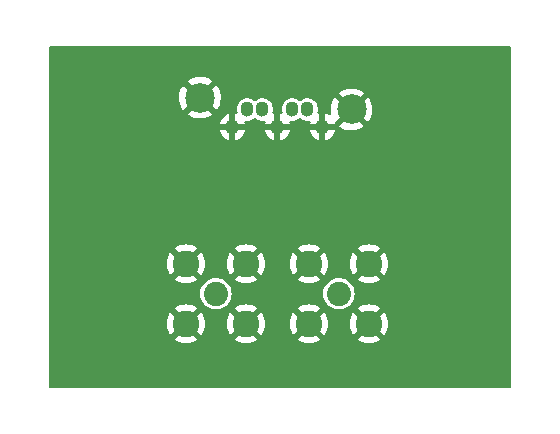
<source format=gbr>
%TF.GenerationSoftware,KiCad,Pcbnew,(5.99.0-10394-g2e15de97e0)*%
%TF.CreationDate,2021-05-18T08:00:54+02:00*%
%TF.ProjectId,SATABAL01,53415441-4241-44c3-9031-2e6b69636164,rev?*%
%TF.SameCoordinates,Original*%
%TF.FileFunction,Copper,L1,Top*%
%TF.FilePolarity,Positive*%
%FSLAX46Y46*%
G04 Gerber Fmt 4.6, Leading zero omitted, Abs format (unit mm)*
G04 Created by KiCad (PCBNEW (5.99.0-10394-g2e15de97e0)) date 2021-05-18 08:00:54*
%MOMM*%
%LPD*%
G01*
G04 APERTURE LIST*
%TA.AperFunction,ComponentPad*%
%ADD10O,1.100000X1.300000*%
%TD*%
%TA.AperFunction,ComponentPad*%
%ADD11C,2.500000*%
%TD*%
%TA.AperFunction,ComponentPad*%
%ADD12C,2.050000*%
%TD*%
%TA.AperFunction,ComponentPad*%
%ADD13C,2.250000*%
%TD*%
%TA.AperFunction,ComponentPad*%
%ADD14C,6.000000*%
%TD*%
G04 APERTURE END LIST*
D10*
%TO.P,J1,1,1*%
%TO.N,GND*%
X23926800Y22858600D03*
%TO.P,J1,2,2*%
%TO.N,/IN1N*%
X22656800Y24358600D03*
%TO.P,J1,3,3*%
%TO.N,/IN1P*%
X21386800Y24358600D03*
%TO.P,J1,4,4*%
%TO.N,GND*%
X20116800Y22858600D03*
%TO.P,J1,5,5*%
%TO.N,/IN2N*%
X18846800Y24358600D03*
%TO.P,J1,6,6*%
%TO.N,/IN2P*%
X17576800Y24358600D03*
%TO.P,J1,7,7*%
%TO.N,GND*%
X16306800Y22858600D03*
D11*
%TO.P,J1,8,4*%
X13556800Y25358600D03*
%TO.P,J1,9,7*%
X26386800Y24358600D03*
%TD*%
D12*
%TO.P,J2,1,In*%
%TO.N,/OUT2*%
X14909800Y8763000D03*
D13*
%TO.P,J2,2,Ext*%
%TO.N,GND*%
X17449800Y6223000D03*
X17449800Y11303000D03*
X12369800Y11303000D03*
X12369800Y6223000D03*
%TD*%
D14*
%TO.P,H4,1,1*%
%TO.N,GND*%
X35560000Y25400000D03*
%TD*%
D12*
%TO.P,J3,1,In*%
%TO.N,/OUT1*%
X25323800Y8763000D03*
D13*
%TO.P,J3,2,Ext*%
%TO.N,GND*%
X27863800Y6223000D03*
X22783800Y6223000D03*
X22783800Y11303000D03*
X27863800Y11303000D03*
%TD*%
D14*
%TO.P,H3,1,1*%
%TO.N,GND*%
X35560000Y5080000D03*
%TD*%
%TO.P,H2,1,1*%
%TO.N,GND*%
X5080000Y25400000D03*
%TD*%
%TO.P,H1,1,1*%
%TO.N,GND*%
X5080000Y5080000D03*
%TD*%
%TA.AperFunction,Conductor*%
%TO.N,GND*%
G36*
X39828121Y29705998D02*
G01*
X39874614Y29652342D01*
X39886000Y29600000D01*
X39886000Y880000D01*
X39865998Y811879D01*
X39812342Y765386D01*
X39760000Y754000D01*
X880000Y754000D01*
X811879Y774002D01*
X765386Y827658D01*
X754000Y880000D01*
X754000Y4898569D01*
X11410721Y4898569D01*
X11414414Y4893292D01*
X11621944Y4766117D01*
X11630738Y4761636D01*
X11859057Y4667063D01*
X11868442Y4664014D01*
X12108747Y4606321D01*
X12118494Y4604778D01*
X12364870Y4585388D01*
X12374730Y4585388D01*
X12621106Y4604778D01*
X12630853Y4606321D01*
X12871158Y4664014D01*
X12880543Y4667063D01*
X13108862Y4761636D01*
X13117656Y4766117D01*
X13323688Y4892374D01*
X13327734Y4898569D01*
X16490721Y4898569D01*
X16494414Y4893292D01*
X16701944Y4766117D01*
X16710738Y4761636D01*
X16939057Y4667063D01*
X16948442Y4664014D01*
X17188747Y4606321D01*
X17198494Y4604778D01*
X17444870Y4585388D01*
X17454730Y4585388D01*
X17701106Y4604778D01*
X17710853Y4606321D01*
X17951158Y4664014D01*
X17960543Y4667063D01*
X18188862Y4761636D01*
X18197656Y4766117D01*
X18403688Y4892374D01*
X18407734Y4898569D01*
X21824721Y4898569D01*
X21828414Y4893292D01*
X22035944Y4766117D01*
X22044738Y4761636D01*
X22273057Y4667063D01*
X22282442Y4664014D01*
X22522747Y4606321D01*
X22532494Y4604778D01*
X22778870Y4585388D01*
X22788730Y4585388D01*
X23035106Y4604778D01*
X23044853Y4606321D01*
X23285158Y4664014D01*
X23294543Y4667063D01*
X23522862Y4761636D01*
X23531656Y4766117D01*
X23737688Y4892374D01*
X23741734Y4898569D01*
X26904721Y4898569D01*
X26908414Y4893292D01*
X27115944Y4766117D01*
X27124738Y4761636D01*
X27353057Y4667063D01*
X27362442Y4664014D01*
X27602747Y4606321D01*
X27612494Y4604778D01*
X27858870Y4585388D01*
X27868730Y4585388D01*
X28115106Y4604778D01*
X28124853Y4606321D01*
X28365158Y4664014D01*
X28374543Y4667063D01*
X28602862Y4761636D01*
X28611656Y4766117D01*
X28817688Y4892374D01*
X28822952Y4900434D01*
X28816944Y4910646D01*
X27876612Y5850978D01*
X27862668Y5858592D01*
X27860835Y5858461D01*
X27854220Y5854210D01*
X26912111Y4912101D01*
X26904721Y4898569D01*
X23741734Y4898569D01*
X23742952Y4900434D01*
X23736944Y4910646D01*
X22796612Y5850978D01*
X22782668Y5858592D01*
X22780835Y5858461D01*
X22774220Y5854210D01*
X21832111Y4912101D01*
X21824721Y4898569D01*
X18407734Y4898569D01*
X18408952Y4900434D01*
X18402944Y4910646D01*
X17462612Y5850978D01*
X17448668Y5858592D01*
X17446835Y5858461D01*
X17440220Y5854210D01*
X16498111Y4912101D01*
X16490721Y4898569D01*
X13327734Y4898569D01*
X13328952Y4900434D01*
X13322944Y4910646D01*
X12382612Y5850978D01*
X12368668Y5858592D01*
X12366835Y5858461D01*
X12360220Y5854210D01*
X11418111Y4912101D01*
X11410721Y4898569D01*
X754000Y4898569D01*
X754000Y6227930D01*
X10732188Y6227930D01*
X10732188Y6218070D01*
X10751578Y5971694D01*
X10753121Y5961947D01*
X10810814Y5721642D01*
X10813863Y5712257D01*
X10908436Y5483938D01*
X10912917Y5475144D01*
X11039174Y5269112D01*
X11047234Y5263848D01*
X11057446Y5269856D01*
X11997778Y6210188D01*
X12004156Y6221868D01*
X12734208Y6221868D01*
X12734339Y6220035D01*
X12738590Y6213420D01*
X13680699Y5271311D01*
X13694231Y5263921D01*
X13699508Y5267614D01*
X13826683Y5475144D01*
X13831164Y5483938D01*
X13925737Y5712257D01*
X13928786Y5721642D01*
X13986479Y5961947D01*
X13988022Y5971694D01*
X14007412Y6218070D01*
X14007412Y6227930D01*
X15812188Y6227930D01*
X15812188Y6218070D01*
X15831578Y5971694D01*
X15833121Y5961947D01*
X15890814Y5721642D01*
X15893863Y5712257D01*
X15988436Y5483938D01*
X15992917Y5475144D01*
X16119174Y5269112D01*
X16127234Y5263848D01*
X16137446Y5269856D01*
X17077778Y6210188D01*
X17084156Y6221868D01*
X17814208Y6221868D01*
X17814339Y6220035D01*
X17818590Y6213420D01*
X18760699Y5271311D01*
X18774231Y5263921D01*
X18779508Y5267614D01*
X18906683Y5475144D01*
X18911164Y5483938D01*
X19005737Y5712257D01*
X19008786Y5721642D01*
X19066479Y5961947D01*
X19068022Y5971694D01*
X19087412Y6218070D01*
X19087412Y6227930D01*
X21146188Y6227930D01*
X21146188Y6218070D01*
X21165578Y5971694D01*
X21167121Y5961947D01*
X21224814Y5721642D01*
X21227863Y5712257D01*
X21322436Y5483938D01*
X21326917Y5475144D01*
X21453174Y5269112D01*
X21461234Y5263848D01*
X21471446Y5269856D01*
X22411778Y6210188D01*
X22418156Y6221868D01*
X23148208Y6221868D01*
X23148339Y6220035D01*
X23152590Y6213420D01*
X24094699Y5271311D01*
X24108231Y5263921D01*
X24113508Y5267614D01*
X24240683Y5475144D01*
X24245164Y5483938D01*
X24339737Y5712257D01*
X24342786Y5721642D01*
X24400479Y5961947D01*
X24402022Y5971694D01*
X24421412Y6218070D01*
X24421412Y6227930D01*
X26226188Y6227930D01*
X26226188Y6218070D01*
X26245578Y5971694D01*
X26247121Y5961947D01*
X26304814Y5721642D01*
X26307863Y5712257D01*
X26402436Y5483938D01*
X26406917Y5475144D01*
X26533174Y5269112D01*
X26541234Y5263848D01*
X26551446Y5269856D01*
X27491778Y6210188D01*
X27498156Y6221868D01*
X28228208Y6221868D01*
X28228339Y6220035D01*
X28232590Y6213420D01*
X29174699Y5271311D01*
X29188231Y5263921D01*
X29193508Y5267614D01*
X29320683Y5475144D01*
X29325164Y5483938D01*
X29419737Y5712257D01*
X29422786Y5721642D01*
X29480479Y5961947D01*
X29482022Y5971694D01*
X29501412Y6218070D01*
X29501412Y6227930D01*
X29482022Y6474306D01*
X29480479Y6484053D01*
X29422786Y6724358D01*
X29419737Y6733743D01*
X29325164Y6962062D01*
X29320683Y6970856D01*
X29194426Y7176888D01*
X29186366Y7182152D01*
X29176154Y7176144D01*
X28235822Y6235812D01*
X28228208Y6221868D01*
X27498156Y6221868D01*
X27499392Y6224132D01*
X27499261Y6225965D01*
X27495010Y6232580D01*
X26552901Y7174689D01*
X26539369Y7182079D01*
X26534092Y7178386D01*
X26406917Y6970856D01*
X26402436Y6962062D01*
X26307863Y6733743D01*
X26304814Y6724358D01*
X26247121Y6484053D01*
X26245578Y6474306D01*
X26226188Y6227930D01*
X24421412Y6227930D01*
X24402022Y6474306D01*
X24400479Y6484053D01*
X24342786Y6724358D01*
X24339737Y6733743D01*
X24245164Y6962062D01*
X24240683Y6970856D01*
X24114426Y7176888D01*
X24106366Y7182152D01*
X24096154Y7176144D01*
X23155822Y6235812D01*
X23148208Y6221868D01*
X22418156Y6221868D01*
X22419392Y6224132D01*
X22419261Y6225965D01*
X22415010Y6232580D01*
X21472901Y7174689D01*
X21459369Y7182079D01*
X21454092Y7178386D01*
X21326917Y6970856D01*
X21322436Y6962062D01*
X21227863Y6733743D01*
X21224814Y6724358D01*
X21167121Y6484053D01*
X21165578Y6474306D01*
X21146188Y6227930D01*
X19087412Y6227930D01*
X19068022Y6474306D01*
X19066479Y6484053D01*
X19008786Y6724358D01*
X19005737Y6733743D01*
X18911164Y6962062D01*
X18906683Y6970856D01*
X18780426Y7176888D01*
X18772366Y7182152D01*
X18762154Y7176144D01*
X17821822Y6235812D01*
X17814208Y6221868D01*
X17084156Y6221868D01*
X17085392Y6224132D01*
X17085261Y6225965D01*
X17081010Y6232580D01*
X16138901Y7174689D01*
X16125369Y7182079D01*
X16120092Y7178386D01*
X15992917Y6970856D01*
X15988436Y6962062D01*
X15893863Y6733743D01*
X15890814Y6724358D01*
X15833121Y6484053D01*
X15831578Y6474306D01*
X15812188Y6227930D01*
X14007412Y6227930D01*
X13988022Y6474306D01*
X13986479Y6484053D01*
X13928786Y6724358D01*
X13925737Y6733743D01*
X13831164Y6962062D01*
X13826683Y6970856D01*
X13700426Y7176888D01*
X13692366Y7182152D01*
X13682154Y7176144D01*
X12741822Y6235812D01*
X12734208Y6221868D01*
X12004156Y6221868D01*
X12005392Y6224132D01*
X12005261Y6225965D01*
X12001010Y6232580D01*
X11058901Y7174689D01*
X11045369Y7182079D01*
X11040092Y7178386D01*
X10912917Y6970856D01*
X10908436Y6962062D01*
X10813863Y6733743D01*
X10810814Y6724358D01*
X10753121Y6484053D01*
X10751578Y6474306D01*
X10732188Y6227930D01*
X754000Y6227930D01*
X754000Y7545566D01*
X11410648Y7545566D01*
X11416656Y7535354D01*
X12356988Y6595022D01*
X12370932Y6587408D01*
X12372765Y6587539D01*
X12379380Y6591790D01*
X13321489Y7533899D01*
X13328879Y7547431D01*
X13325186Y7552708D01*
X13117656Y7679883D01*
X13108862Y7684364D01*
X12880543Y7778937D01*
X12871158Y7781986D01*
X12630853Y7839679D01*
X12621106Y7841222D01*
X12374730Y7860612D01*
X12364870Y7860612D01*
X12118494Y7841222D01*
X12108747Y7839679D01*
X11868442Y7781986D01*
X11859057Y7778937D01*
X11630738Y7684364D01*
X11621944Y7679883D01*
X11415912Y7553626D01*
X11410648Y7545566D01*
X754000Y7545566D01*
X754000Y8763000D01*
X13579300Y8763000D01*
X13599513Y8531961D01*
X13659539Y8307942D01*
X13661861Y8302961D01*
X13661862Y8302960D01*
X13755227Y8102737D01*
X13755230Y8102732D01*
X13757553Y8097750D01*
X13890578Y7907771D01*
X14054571Y7743778D01*
X14059079Y7740621D01*
X14059082Y7740619D01*
X14138395Y7685084D01*
X14244550Y7610753D01*
X14249532Y7608430D01*
X14249537Y7608427D01*
X14409364Y7533899D01*
X14454742Y7512739D01*
X14460050Y7511317D01*
X14460052Y7511316D01*
X14529509Y7492705D01*
X14678761Y7452713D01*
X14909800Y7432500D01*
X15140839Y7452713D01*
X15290091Y7492705D01*
X15359548Y7511316D01*
X15359550Y7511317D01*
X15364858Y7512739D01*
X15410236Y7533899D01*
X15435256Y7545566D01*
X16490648Y7545566D01*
X16496656Y7535354D01*
X17436988Y6595022D01*
X17450932Y6587408D01*
X17452765Y6587539D01*
X17459380Y6591790D01*
X18401489Y7533899D01*
X18407860Y7545566D01*
X21824648Y7545566D01*
X21830656Y7535354D01*
X22770988Y6595022D01*
X22784932Y6587408D01*
X22786765Y6587539D01*
X22793380Y6591790D01*
X23735489Y7533899D01*
X23742879Y7547431D01*
X23739186Y7552708D01*
X23531656Y7679883D01*
X23522862Y7684364D01*
X23294543Y7778937D01*
X23285158Y7781986D01*
X23044853Y7839679D01*
X23035106Y7841222D01*
X22788730Y7860612D01*
X22778870Y7860612D01*
X22532494Y7841222D01*
X22522747Y7839679D01*
X22282442Y7781986D01*
X22273057Y7778937D01*
X22044738Y7684364D01*
X22035944Y7679883D01*
X21829912Y7553626D01*
X21824648Y7545566D01*
X18407860Y7545566D01*
X18408879Y7547431D01*
X18405186Y7552708D01*
X18197656Y7679883D01*
X18188862Y7684364D01*
X17960543Y7778937D01*
X17951158Y7781986D01*
X17710853Y7839679D01*
X17701106Y7841222D01*
X17454730Y7860612D01*
X17444870Y7860612D01*
X17198494Y7841222D01*
X17188747Y7839679D01*
X16948442Y7781986D01*
X16939057Y7778937D01*
X16710738Y7684364D01*
X16701944Y7679883D01*
X16495912Y7553626D01*
X16490648Y7545566D01*
X15435256Y7545566D01*
X15570063Y7608427D01*
X15570068Y7608430D01*
X15575050Y7610753D01*
X15681205Y7685084D01*
X15760518Y7740619D01*
X15760521Y7740621D01*
X15765029Y7743778D01*
X15929022Y7907771D01*
X16062047Y8097750D01*
X16064370Y8102732D01*
X16064373Y8102737D01*
X16157738Y8302960D01*
X16157739Y8302961D01*
X16160061Y8307942D01*
X16220087Y8531961D01*
X16240300Y8763000D01*
X23993300Y8763000D01*
X24013513Y8531961D01*
X24073539Y8307942D01*
X24075861Y8302961D01*
X24075862Y8302960D01*
X24169227Y8102737D01*
X24169230Y8102732D01*
X24171553Y8097750D01*
X24304578Y7907771D01*
X24468571Y7743778D01*
X24473079Y7740621D01*
X24473082Y7740619D01*
X24552395Y7685084D01*
X24658550Y7610753D01*
X24663532Y7608430D01*
X24663537Y7608427D01*
X24823364Y7533899D01*
X24868742Y7512739D01*
X24874050Y7511317D01*
X24874052Y7511316D01*
X24943509Y7492705D01*
X25092761Y7452713D01*
X25323800Y7432500D01*
X25554839Y7452713D01*
X25704091Y7492705D01*
X25773548Y7511316D01*
X25773550Y7511317D01*
X25778858Y7512739D01*
X25824236Y7533899D01*
X25849256Y7545566D01*
X26904648Y7545566D01*
X26910656Y7535354D01*
X27850988Y6595022D01*
X27864932Y6587408D01*
X27866765Y6587539D01*
X27873380Y6591790D01*
X28815489Y7533899D01*
X28822879Y7547431D01*
X28819186Y7552708D01*
X28611656Y7679883D01*
X28602862Y7684364D01*
X28374543Y7778937D01*
X28365158Y7781986D01*
X28124853Y7839679D01*
X28115106Y7841222D01*
X27868730Y7860612D01*
X27858870Y7860612D01*
X27612494Y7841222D01*
X27602747Y7839679D01*
X27362442Y7781986D01*
X27353057Y7778937D01*
X27124738Y7684364D01*
X27115944Y7679883D01*
X26909912Y7553626D01*
X26904648Y7545566D01*
X25849256Y7545566D01*
X25984063Y7608427D01*
X25984068Y7608430D01*
X25989050Y7610753D01*
X26095205Y7685084D01*
X26174518Y7740619D01*
X26174521Y7740621D01*
X26179029Y7743778D01*
X26343022Y7907771D01*
X26476047Y8097750D01*
X26478370Y8102732D01*
X26478373Y8102737D01*
X26571738Y8302960D01*
X26571739Y8302961D01*
X26574061Y8307942D01*
X26634087Y8531961D01*
X26654300Y8763000D01*
X26634087Y8994039D01*
X26574061Y9218058D01*
X26571738Y9223040D01*
X26478373Y9423263D01*
X26478370Y9423268D01*
X26476047Y9428250D01*
X26343022Y9618229D01*
X26179029Y9782222D01*
X26174521Y9785379D01*
X26174518Y9785381D01*
X26087778Y9846117D01*
X25989050Y9915247D01*
X25984068Y9917570D01*
X25984063Y9917573D01*
X25853256Y9978569D01*
X26904721Y9978569D01*
X26908414Y9973292D01*
X27115944Y9846117D01*
X27124738Y9841636D01*
X27353057Y9747063D01*
X27362442Y9744014D01*
X27602747Y9686321D01*
X27612494Y9684778D01*
X27858870Y9665388D01*
X27868730Y9665388D01*
X28115106Y9684778D01*
X28124853Y9686321D01*
X28365158Y9744014D01*
X28374543Y9747063D01*
X28602862Y9841636D01*
X28611656Y9846117D01*
X28817688Y9972374D01*
X28822952Y9980434D01*
X28816944Y9990646D01*
X27876612Y10930978D01*
X27862668Y10938592D01*
X27860835Y10938461D01*
X27854220Y10934210D01*
X26912111Y9992101D01*
X26904721Y9978569D01*
X25853256Y9978569D01*
X25783840Y10010938D01*
X25783839Y10010939D01*
X25778858Y10013261D01*
X25773550Y10014683D01*
X25773548Y10014684D01*
X25704091Y10033295D01*
X25554839Y10073287D01*
X25323800Y10093500D01*
X25092761Y10073287D01*
X24943509Y10033295D01*
X24874052Y10014684D01*
X24874050Y10014683D01*
X24868742Y10013261D01*
X24863761Y10010939D01*
X24863760Y10010938D01*
X24663537Y9917573D01*
X24663532Y9917570D01*
X24658550Y9915247D01*
X24559822Y9846117D01*
X24473082Y9785381D01*
X24473079Y9785379D01*
X24468571Y9782222D01*
X24304578Y9618229D01*
X24171553Y9428250D01*
X24169230Y9423268D01*
X24169227Y9423263D01*
X24075862Y9223040D01*
X24073539Y9218058D01*
X24013513Y8994039D01*
X23993300Y8763000D01*
X16240300Y8763000D01*
X16220087Y8994039D01*
X16160061Y9218058D01*
X16157738Y9223040D01*
X16064373Y9423263D01*
X16064370Y9423268D01*
X16062047Y9428250D01*
X15929022Y9618229D01*
X15765029Y9782222D01*
X15760521Y9785379D01*
X15760518Y9785381D01*
X15673778Y9846117D01*
X15575050Y9915247D01*
X15570068Y9917570D01*
X15570063Y9917573D01*
X15439256Y9978569D01*
X16490721Y9978569D01*
X16494414Y9973292D01*
X16701944Y9846117D01*
X16710738Y9841636D01*
X16939057Y9747063D01*
X16948442Y9744014D01*
X17188747Y9686321D01*
X17198494Y9684778D01*
X17444870Y9665388D01*
X17454730Y9665388D01*
X17701106Y9684778D01*
X17710853Y9686321D01*
X17951158Y9744014D01*
X17960543Y9747063D01*
X18188862Y9841636D01*
X18197656Y9846117D01*
X18403688Y9972374D01*
X18407734Y9978569D01*
X21824721Y9978569D01*
X21828414Y9973292D01*
X22035944Y9846117D01*
X22044738Y9841636D01*
X22273057Y9747063D01*
X22282442Y9744014D01*
X22522747Y9686321D01*
X22532494Y9684778D01*
X22778870Y9665388D01*
X22788730Y9665388D01*
X23035106Y9684778D01*
X23044853Y9686321D01*
X23285158Y9744014D01*
X23294543Y9747063D01*
X23522862Y9841636D01*
X23531656Y9846117D01*
X23737688Y9972374D01*
X23742952Y9980434D01*
X23736944Y9990646D01*
X22796612Y10930978D01*
X22782668Y10938592D01*
X22780835Y10938461D01*
X22774220Y10934210D01*
X21832111Y9992101D01*
X21824721Y9978569D01*
X18407734Y9978569D01*
X18408952Y9980434D01*
X18402944Y9990646D01*
X17462612Y10930978D01*
X17448668Y10938592D01*
X17446835Y10938461D01*
X17440220Y10934210D01*
X16498111Y9992101D01*
X16490721Y9978569D01*
X15439256Y9978569D01*
X15369840Y10010938D01*
X15369839Y10010939D01*
X15364858Y10013261D01*
X15359550Y10014683D01*
X15359548Y10014684D01*
X15290091Y10033295D01*
X15140839Y10073287D01*
X14909800Y10093500D01*
X14678761Y10073287D01*
X14529509Y10033295D01*
X14460052Y10014684D01*
X14460050Y10014683D01*
X14454742Y10013261D01*
X14449761Y10010939D01*
X14449760Y10010938D01*
X14249537Y9917573D01*
X14249532Y9917570D01*
X14244550Y9915247D01*
X14145822Y9846117D01*
X14059082Y9785381D01*
X14059079Y9785379D01*
X14054571Y9782222D01*
X13890578Y9618229D01*
X13757553Y9428250D01*
X13755230Y9423268D01*
X13755227Y9423263D01*
X13661862Y9223040D01*
X13659539Y9218058D01*
X13599513Y8994039D01*
X13579300Y8763000D01*
X754000Y8763000D01*
X754000Y9978569D01*
X11410721Y9978569D01*
X11414414Y9973292D01*
X11621944Y9846117D01*
X11630738Y9841636D01*
X11859057Y9747063D01*
X11868442Y9744014D01*
X12108747Y9686321D01*
X12118494Y9684778D01*
X12364870Y9665388D01*
X12374730Y9665388D01*
X12621106Y9684778D01*
X12630853Y9686321D01*
X12871158Y9744014D01*
X12880543Y9747063D01*
X13108862Y9841636D01*
X13117656Y9846117D01*
X13323688Y9972374D01*
X13328952Y9980434D01*
X13322944Y9990646D01*
X12382612Y10930978D01*
X12368668Y10938592D01*
X12366835Y10938461D01*
X12360220Y10934210D01*
X11418111Y9992101D01*
X11410721Y9978569D01*
X754000Y9978569D01*
X754000Y11307930D01*
X10732188Y11307930D01*
X10732188Y11298070D01*
X10751578Y11051694D01*
X10753121Y11041947D01*
X10810814Y10801642D01*
X10813863Y10792257D01*
X10908436Y10563938D01*
X10912917Y10555144D01*
X11039174Y10349112D01*
X11047234Y10343848D01*
X11057446Y10349856D01*
X11997778Y11290188D01*
X12004156Y11301868D01*
X12734208Y11301868D01*
X12734339Y11300035D01*
X12738590Y11293420D01*
X13680699Y10351311D01*
X13694231Y10343921D01*
X13699508Y10347614D01*
X13826683Y10555144D01*
X13831164Y10563938D01*
X13925737Y10792257D01*
X13928786Y10801642D01*
X13986479Y11041947D01*
X13988022Y11051694D01*
X14007412Y11298070D01*
X14007412Y11307930D01*
X15812188Y11307930D01*
X15812188Y11298070D01*
X15831578Y11051694D01*
X15833121Y11041947D01*
X15890814Y10801642D01*
X15893863Y10792257D01*
X15988436Y10563938D01*
X15992917Y10555144D01*
X16119174Y10349112D01*
X16127234Y10343848D01*
X16137446Y10349856D01*
X17077778Y11290188D01*
X17084156Y11301868D01*
X17814208Y11301868D01*
X17814339Y11300035D01*
X17818590Y11293420D01*
X18760699Y10351311D01*
X18774231Y10343921D01*
X18779508Y10347614D01*
X18906683Y10555144D01*
X18911164Y10563938D01*
X19005737Y10792257D01*
X19008786Y10801642D01*
X19066479Y11041947D01*
X19068022Y11051694D01*
X19087412Y11298070D01*
X19087412Y11307930D01*
X21146188Y11307930D01*
X21146188Y11298070D01*
X21165578Y11051694D01*
X21167121Y11041947D01*
X21224814Y10801642D01*
X21227863Y10792257D01*
X21322436Y10563938D01*
X21326917Y10555144D01*
X21453174Y10349112D01*
X21461234Y10343848D01*
X21471446Y10349856D01*
X22411778Y11290188D01*
X22418156Y11301868D01*
X23148208Y11301868D01*
X23148339Y11300035D01*
X23152590Y11293420D01*
X24094699Y10351311D01*
X24108231Y10343921D01*
X24113508Y10347614D01*
X24240683Y10555144D01*
X24245164Y10563938D01*
X24339737Y10792257D01*
X24342786Y10801642D01*
X24400479Y11041947D01*
X24402022Y11051694D01*
X24421412Y11298070D01*
X24421412Y11307930D01*
X26226188Y11307930D01*
X26226188Y11298070D01*
X26245578Y11051694D01*
X26247121Y11041947D01*
X26304814Y10801642D01*
X26307863Y10792257D01*
X26402436Y10563938D01*
X26406917Y10555144D01*
X26533174Y10349112D01*
X26541234Y10343848D01*
X26551446Y10349856D01*
X27491778Y11290188D01*
X27498156Y11301868D01*
X28228208Y11301868D01*
X28228339Y11300035D01*
X28232590Y11293420D01*
X29174699Y10351311D01*
X29188231Y10343921D01*
X29193508Y10347614D01*
X29320683Y10555144D01*
X29325164Y10563938D01*
X29419737Y10792257D01*
X29422786Y10801642D01*
X29480479Y11041947D01*
X29482022Y11051694D01*
X29501412Y11298070D01*
X29501412Y11307930D01*
X29482022Y11554306D01*
X29480479Y11564053D01*
X29422786Y11804358D01*
X29419737Y11813743D01*
X29325164Y12042062D01*
X29320683Y12050856D01*
X29194426Y12256888D01*
X29186366Y12262152D01*
X29176154Y12256144D01*
X28235822Y11315812D01*
X28228208Y11301868D01*
X27498156Y11301868D01*
X27499392Y11304132D01*
X27499261Y11305965D01*
X27495010Y11312580D01*
X26552901Y12254689D01*
X26539369Y12262079D01*
X26534092Y12258386D01*
X26406917Y12050856D01*
X26402436Y12042062D01*
X26307863Y11813743D01*
X26304814Y11804358D01*
X26247121Y11564053D01*
X26245578Y11554306D01*
X26226188Y11307930D01*
X24421412Y11307930D01*
X24402022Y11554306D01*
X24400479Y11564053D01*
X24342786Y11804358D01*
X24339737Y11813743D01*
X24245164Y12042062D01*
X24240683Y12050856D01*
X24114426Y12256888D01*
X24106366Y12262152D01*
X24096154Y12256144D01*
X23155822Y11315812D01*
X23148208Y11301868D01*
X22418156Y11301868D01*
X22419392Y11304132D01*
X22419261Y11305965D01*
X22415010Y11312580D01*
X21472901Y12254689D01*
X21459369Y12262079D01*
X21454092Y12258386D01*
X21326917Y12050856D01*
X21322436Y12042062D01*
X21227863Y11813743D01*
X21224814Y11804358D01*
X21167121Y11564053D01*
X21165578Y11554306D01*
X21146188Y11307930D01*
X19087412Y11307930D01*
X19068022Y11554306D01*
X19066479Y11564053D01*
X19008786Y11804358D01*
X19005737Y11813743D01*
X18911164Y12042062D01*
X18906683Y12050856D01*
X18780426Y12256888D01*
X18772366Y12262152D01*
X18762154Y12256144D01*
X17821822Y11315812D01*
X17814208Y11301868D01*
X17084156Y11301868D01*
X17085392Y11304132D01*
X17085261Y11305965D01*
X17081010Y11312580D01*
X16138901Y12254689D01*
X16125369Y12262079D01*
X16120092Y12258386D01*
X15992917Y12050856D01*
X15988436Y12042062D01*
X15893863Y11813743D01*
X15890814Y11804358D01*
X15833121Y11564053D01*
X15831578Y11554306D01*
X15812188Y11307930D01*
X14007412Y11307930D01*
X13988022Y11554306D01*
X13986479Y11564053D01*
X13928786Y11804358D01*
X13925737Y11813743D01*
X13831164Y12042062D01*
X13826683Y12050856D01*
X13700426Y12256888D01*
X13692366Y12262152D01*
X13682154Y12256144D01*
X12741822Y11315812D01*
X12734208Y11301868D01*
X12004156Y11301868D01*
X12005392Y11304132D01*
X12005261Y11305965D01*
X12001010Y11312580D01*
X11058901Y12254689D01*
X11045369Y12262079D01*
X11040092Y12258386D01*
X10912917Y12050856D01*
X10908436Y12042062D01*
X10813863Y11813743D01*
X10810814Y11804358D01*
X10753121Y11564053D01*
X10751578Y11554306D01*
X10732188Y11307930D01*
X754000Y11307930D01*
X754000Y12625566D01*
X11410648Y12625566D01*
X11416656Y12615354D01*
X12356988Y11675022D01*
X12370932Y11667408D01*
X12372765Y11667539D01*
X12379380Y11671790D01*
X13321489Y12613899D01*
X13327860Y12625566D01*
X16490648Y12625566D01*
X16496656Y12615354D01*
X17436988Y11675022D01*
X17450932Y11667408D01*
X17452765Y11667539D01*
X17459380Y11671790D01*
X18401489Y12613899D01*
X18407860Y12625566D01*
X21824648Y12625566D01*
X21830656Y12615354D01*
X22770988Y11675022D01*
X22784932Y11667408D01*
X22786765Y11667539D01*
X22793380Y11671790D01*
X23735489Y12613899D01*
X23741860Y12625566D01*
X26904648Y12625566D01*
X26910656Y12615354D01*
X27850988Y11675022D01*
X27864932Y11667408D01*
X27866765Y11667539D01*
X27873380Y11671790D01*
X28815489Y12613899D01*
X28822879Y12627431D01*
X28819186Y12632708D01*
X28611656Y12759883D01*
X28602862Y12764364D01*
X28374543Y12858937D01*
X28365158Y12861986D01*
X28124853Y12919679D01*
X28115106Y12921222D01*
X27868730Y12940612D01*
X27858870Y12940612D01*
X27612494Y12921222D01*
X27602747Y12919679D01*
X27362442Y12861986D01*
X27353057Y12858937D01*
X27124738Y12764364D01*
X27115944Y12759883D01*
X26909912Y12633626D01*
X26904648Y12625566D01*
X23741860Y12625566D01*
X23742879Y12627431D01*
X23739186Y12632708D01*
X23531656Y12759883D01*
X23522862Y12764364D01*
X23294543Y12858937D01*
X23285158Y12861986D01*
X23044853Y12919679D01*
X23035106Y12921222D01*
X22788730Y12940612D01*
X22778870Y12940612D01*
X22532494Y12921222D01*
X22522747Y12919679D01*
X22282442Y12861986D01*
X22273057Y12858937D01*
X22044738Y12764364D01*
X22035944Y12759883D01*
X21829912Y12633626D01*
X21824648Y12625566D01*
X18407860Y12625566D01*
X18408879Y12627431D01*
X18405186Y12632708D01*
X18197656Y12759883D01*
X18188862Y12764364D01*
X17960543Y12858937D01*
X17951158Y12861986D01*
X17710853Y12919679D01*
X17701106Y12921222D01*
X17454730Y12940612D01*
X17444870Y12940612D01*
X17198494Y12921222D01*
X17188747Y12919679D01*
X16948442Y12861986D01*
X16939057Y12858937D01*
X16710738Y12764364D01*
X16701944Y12759883D01*
X16495912Y12633626D01*
X16490648Y12625566D01*
X13327860Y12625566D01*
X13328879Y12627431D01*
X13325186Y12632708D01*
X13117656Y12759883D01*
X13108862Y12764364D01*
X12880543Y12858937D01*
X12871158Y12861986D01*
X12630853Y12919679D01*
X12621106Y12921222D01*
X12374730Y12940612D01*
X12364870Y12940612D01*
X12118494Y12921222D01*
X12108747Y12919679D01*
X11868442Y12861986D01*
X11859057Y12858937D01*
X11630738Y12764364D01*
X11621944Y12759883D01*
X11415912Y12633626D01*
X11410648Y12625566D01*
X754000Y12625566D01*
X754000Y22588011D01*
X15260527Y22588011D01*
X15263444Y22558263D01*
X15265827Y22546226D01*
X15322227Y22359421D01*
X15326902Y22348080D01*
X15418507Y22175796D01*
X15425306Y22165561D01*
X15548632Y22014348D01*
X15557271Y22005649D01*
X15707628Y21881262D01*
X15717799Y21874402D01*
X15889447Y21781592D01*
X15900766Y21776834D01*
X16035492Y21735131D01*
X16049595Y21734925D01*
X16052800Y21741680D01*
X16052800Y22586485D01*
X16051459Y22591052D01*
X16560800Y22591052D01*
X16560800Y21748677D01*
X16564773Y21735146D01*
X16572568Y21734026D01*
X16699098Y21771265D01*
X16710466Y21775858D01*
X16883401Y21866266D01*
X16893663Y21872982D01*
X17045737Y21995253D01*
X17054503Y22003837D01*
X17179938Y22153323D01*
X17186862Y22163434D01*
X17280875Y22334445D01*
X17285703Y22345709D01*
X17344707Y22531712D01*
X17347258Y22543718D01*
X17352068Y22586598D01*
X17351820Y22588011D01*
X19070527Y22588011D01*
X19073444Y22558263D01*
X19075827Y22546226D01*
X19132227Y22359421D01*
X19136902Y22348080D01*
X19228507Y22175796D01*
X19235306Y22165561D01*
X19358632Y22014348D01*
X19367271Y22005649D01*
X19517628Y21881262D01*
X19527799Y21874402D01*
X19699447Y21781592D01*
X19710766Y21776834D01*
X19845492Y21735131D01*
X19859595Y21734925D01*
X19862800Y21741680D01*
X19862800Y22586485D01*
X19861459Y22591052D01*
X20370800Y22591052D01*
X20370800Y21748677D01*
X20374773Y21735146D01*
X20382568Y21734026D01*
X20509098Y21771265D01*
X20520466Y21775858D01*
X20693401Y21866266D01*
X20703663Y21872982D01*
X20855737Y21995253D01*
X20864503Y22003837D01*
X20989938Y22153323D01*
X20996862Y22163434D01*
X21090875Y22334445D01*
X21095703Y22345709D01*
X21154707Y22531712D01*
X21157258Y22543718D01*
X21162068Y22586598D01*
X21161820Y22588011D01*
X22880527Y22588011D01*
X22883444Y22558263D01*
X22885827Y22546226D01*
X22942227Y22359421D01*
X22946902Y22348080D01*
X23038507Y22175796D01*
X23045306Y22165561D01*
X23168632Y22014348D01*
X23177271Y22005649D01*
X23327628Y21881262D01*
X23337799Y21874402D01*
X23509447Y21781592D01*
X23520766Y21776834D01*
X23655492Y21735131D01*
X23669595Y21734925D01*
X23672800Y21741680D01*
X23672800Y22586485D01*
X23671459Y22591052D01*
X24180800Y22591052D01*
X24180800Y21748677D01*
X24184773Y21735146D01*
X24192568Y21734026D01*
X24319098Y21771265D01*
X24330466Y21775858D01*
X24503401Y21866266D01*
X24513663Y21872982D01*
X24665737Y21995253D01*
X24674503Y22003837D01*
X24799938Y22153323D01*
X24806862Y22163434D01*
X24900875Y22334445D01*
X24905703Y22345709D01*
X24964707Y22531712D01*
X24967258Y22543718D01*
X24972068Y22586598D01*
X24969515Y22601128D01*
X24956971Y22604600D01*
X24198915Y22604600D01*
X24183676Y22600125D01*
X24182471Y22598735D01*
X24180800Y22591052D01*
X23671459Y22591052D01*
X23668325Y22601724D01*
X23666935Y22602929D01*
X23659252Y22604600D01*
X22897015Y22604600D01*
X22882588Y22600364D01*
X22880527Y22588011D01*
X21161820Y22588011D01*
X21159515Y22601128D01*
X21146971Y22604600D01*
X20388915Y22604600D01*
X20373676Y22600125D01*
X20372471Y22598735D01*
X20370800Y22591052D01*
X19861459Y22591052D01*
X19858325Y22601724D01*
X19856935Y22602929D01*
X19849252Y22604600D01*
X19087015Y22604600D01*
X19072588Y22600364D01*
X19070527Y22588011D01*
X17351820Y22588011D01*
X17349515Y22601128D01*
X17336971Y22604600D01*
X16578915Y22604600D01*
X16563676Y22600125D01*
X16562471Y22598735D01*
X16560800Y22591052D01*
X16051459Y22591052D01*
X16048325Y22601724D01*
X16046935Y22602929D01*
X16039252Y22604600D01*
X15277015Y22604600D01*
X15262588Y22600364D01*
X15260527Y22588011D01*
X754000Y22588011D01*
X754000Y22949417D01*
X25342362Y22949417D01*
X25351076Y22937897D01*
X25448778Y22866258D01*
X25456697Y22861310D01*
X25679655Y22744006D01*
X25688229Y22740278D01*
X25926086Y22657215D01*
X25935095Y22654801D01*
X26182634Y22607804D01*
X26191891Y22606750D01*
X26443660Y22596857D01*
X26452974Y22597183D01*
X26703428Y22624612D01*
X26712605Y22626313D01*
X26956254Y22690460D01*
X26965074Y22693497D01*
X27196569Y22792955D01*
X27204841Y22797262D01*
X27419086Y22929841D01*
X27426039Y22934892D01*
X27434368Y22947530D01*
X27428304Y22957886D01*
X26399612Y23986578D01*
X26385668Y23994192D01*
X26383835Y23994061D01*
X26377220Y23989810D01*
X25349020Y22961610D01*
X25342362Y22949417D01*
X754000Y22949417D01*
X754000Y23130602D01*
X15261532Y23130602D01*
X15264085Y23116072D01*
X15276629Y23112600D01*
X16034685Y23112600D01*
X16049924Y23117075D01*
X16051129Y23118465D01*
X16052800Y23126148D01*
X16052800Y23968523D01*
X16050746Y23975520D01*
X16560800Y23975520D01*
X16560800Y23130715D01*
X16565275Y23115476D01*
X16566665Y23114271D01*
X16574348Y23112600D01*
X17336585Y23112600D01*
X17351012Y23116836D01*
X17353073Y23129189D01*
X17350156Y23158937D01*
X17347773Y23170975D01*
X17322550Y23254517D01*
X17322009Y23325512D01*
X17359937Y23385529D01*
X17424291Y23415512D01*
X17463750Y23415243D01*
X17490071Y23410886D01*
X17529045Y23404434D01*
X17535862Y23404791D01*
X17535866Y23404791D01*
X17688877Y23412810D01*
X17713578Y23414105D01*
X17720151Y23415916D01*
X17720154Y23415916D01*
X17885149Y23461363D01*
X17891731Y23463176D01*
X18055190Y23549358D01*
X18123523Y23607104D01*
X18127181Y23610195D01*
X18192122Y23638887D01*
X18262266Y23627914D01*
X18288907Y23610727D01*
X18292333Y23607104D01*
X18445167Y23503238D01*
X18451501Y23500705D01*
X18451504Y23500703D01*
X18610402Y23437148D01*
X18610407Y23437147D01*
X18616739Y23434614D01*
X18708518Y23419420D01*
X18792307Y23405549D01*
X18792311Y23405549D01*
X18799045Y23404434D01*
X18805862Y23404791D01*
X18805866Y23404791D01*
X18972535Y23413526D01*
X19041609Y23397117D01*
X19090846Y23345968D01*
X19104614Y23276319D01*
X19099231Y23249601D01*
X19078894Y23185491D01*
X19076342Y23173482D01*
X19071532Y23130602D01*
X19074085Y23116072D01*
X19086629Y23112600D01*
X19844685Y23112600D01*
X19859924Y23117075D01*
X19861129Y23118465D01*
X19862800Y23126148D01*
X19862800Y23968523D01*
X19860746Y23975520D01*
X20370800Y23975520D01*
X20370800Y23130715D01*
X20375275Y23115476D01*
X20376665Y23114271D01*
X20384348Y23112600D01*
X21146585Y23112600D01*
X21161012Y23116836D01*
X21163073Y23129189D01*
X21160156Y23158937D01*
X21157773Y23170975D01*
X21132550Y23254517D01*
X21132009Y23325512D01*
X21169937Y23385529D01*
X21234291Y23415512D01*
X21273750Y23415243D01*
X21300071Y23410886D01*
X21339045Y23404434D01*
X21345862Y23404791D01*
X21345866Y23404791D01*
X21498877Y23412810D01*
X21523578Y23414105D01*
X21530151Y23415916D01*
X21530154Y23415916D01*
X21695149Y23461363D01*
X21701731Y23463176D01*
X21865190Y23549358D01*
X21933523Y23607104D01*
X21937181Y23610195D01*
X22002122Y23638887D01*
X22072266Y23627914D01*
X22098907Y23610727D01*
X22102333Y23607104D01*
X22255167Y23503238D01*
X22261501Y23500705D01*
X22261504Y23500703D01*
X22420402Y23437148D01*
X22420407Y23437147D01*
X22426739Y23434614D01*
X22518518Y23419420D01*
X22602307Y23405549D01*
X22602311Y23405549D01*
X22609045Y23404434D01*
X22615862Y23404791D01*
X22615866Y23404791D01*
X22782535Y23413526D01*
X22851609Y23397117D01*
X22900846Y23345968D01*
X22914614Y23276319D01*
X22909231Y23249601D01*
X22888894Y23185491D01*
X22886342Y23173482D01*
X22881532Y23130602D01*
X22884085Y23116072D01*
X22896629Y23112600D01*
X23654685Y23112600D01*
X23669924Y23117075D01*
X23671129Y23118465D01*
X23672800Y23126148D01*
X23672800Y23968523D01*
X23670746Y23975520D01*
X24180800Y23975520D01*
X24180800Y23130715D01*
X24185275Y23115476D01*
X24186665Y23114271D01*
X24194348Y23112600D01*
X24956585Y23112600D01*
X24971012Y23116836D01*
X24973073Y23129189D01*
X24970156Y23158937D01*
X24967773Y23170971D01*
X24959929Y23196952D01*
X24959388Y23267947D01*
X24991456Y23322466D01*
X26014778Y24345788D01*
X26021156Y24357468D01*
X26751208Y24357468D01*
X26751339Y24355635D01*
X26755590Y24349020D01*
X27786764Y23317846D01*
X27799144Y23311086D01*
X27807485Y23317330D01*
X27933630Y23513444D01*
X27938073Y23521627D01*
X28041555Y23751350D01*
X28044749Y23760125D01*
X28113138Y24002616D01*
X28114996Y24011745D01*
X28146986Y24263201D01*
X28147467Y24269489D01*
X28149717Y24355440D01*
X28149566Y24361749D01*
X28130781Y24614536D01*
X28129405Y24623742D01*
X28073796Y24869494D01*
X28071072Y24878405D01*
X27979751Y25113238D01*
X27975740Y25121647D01*
X27850712Y25340399D01*
X27845501Y25348125D01*
X27808242Y25395388D01*
X27796317Y25403859D01*
X27784783Y25397373D01*
X26758822Y24371412D01*
X26751208Y24357468D01*
X26021156Y24357468D01*
X26022392Y24359732D01*
X26022261Y24361565D01*
X26018010Y24368180D01*
X24988072Y25398118D01*
X24974764Y25405385D01*
X24964725Y25398263D01*
X24954503Y25385973D01*
X24949090Y25378384D01*
X24818383Y25162986D01*
X24814145Y25154669D01*
X24716714Y24922323D01*
X24713753Y24913473D01*
X24651737Y24669281D01*
X24650115Y24660084D01*
X24624873Y24409404D01*
X24624628Y24400079D01*
X24636717Y24148414D01*
X24637853Y24139159D01*
X24666319Y23996054D01*
X24659991Y23925340D01*
X24616437Y23869272D01*
X24549485Y23845653D01*
X24482811Y23860636D01*
X24344153Y23935608D01*
X24332834Y23940366D01*
X24198108Y23982069D01*
X24184005Y23982275D01*
X24180800Y23975520D01*
X23670746Y23975520D01*
X23668827Y23982054D01*
X23661031Y23983175D01*
X23658239Y23982353D01*
X23587243Y23982307D01*
X23527492Y24020652D01*
X23497957Y24085214D01*
X23499697Y24130711D01*
X23506968Y24163238D01*
X23507300Y24169176D01*
X23507300Y24504625D01*
X23492343Y24642306D01*
X23433404Y24817441D01*
X23338231Y24975835D01*
X23211267Y25110096D01*
X23058433Y25213962D01*
X23052099Y25216495D01*
X23052096Y25216497D01*
X22893198Y25280052D01*
X22893193Y25280053D01*
X22886861Y25282586D01*
X22795082Y25297780D01*
X22711293Y25311651D01*
X22711289Y25311651D01*
X22704555Y25312766D01*
X22697738Y25312409D01*
X22697734Y25312409D01*
X22544723Y25304390D01*
X22520022Y25303095D01*
X22513449Y25301284D01*
X22513446Y25301284D01*
X22375186Y25263201D01*
X22341869Y25254024D01*
X22178410Y25167842D01*
X22173194Y25163434D01*
X22173193Y25163433D01*
X22106419Y25107005D01*
X22041478Y25078313D01*
X21971334Y25089286D01*
X21944693Y25106473D01*
X21941267Y25110096D01*
X21788433Y25213962D01*
X21782099Y25216495D01*
X21782096Y25216497D01*
X21623198Y25280052D01*
X21623193Y25280053D01*
X21616861Y25282586D01*
X21525082Y25297780D01*
X21441293Y25311651D01*
X21441289Y25311651D01*
X21434555Y25312766D01*
X21427738Y25312409D01*
X21427734Y25312409D01*
X21274723Y25304390D01*
X21250022Y25303095D01*
X21243449Y25301284D01*
X21243446Y25301284D01*
X21105186Y25263201D01*
X21071869Y25254024D01*
X20908410Y25167842D01*
X20903197Y25163437D01*
X20903193Y25163434D01*
X20772485Y25052977D01*
X20772481Y25052973D01*
X20767271Y25048570D01*
X20655036Y24901772D01*
X20576942Y24734298D01*
X20536632Y24553962D01*
X20536300Y24548024D01*
X20536300Y24212575D01*
X20536669Y24209179D01*
X20536669Y24209178D01*
X20546653Y24117273D01*
X20534125Y24047390D01*
X20485804Y23995375D01*
X20417032Y23977740D01*
X20391725Y23982017D01*
X20374005Y23982275D01*
X20370800Y23975520D01*
X19860746Y23975520D01*
X19858827Y23982054D01*
X19851031Y23983175D01*
X19848239Y23982353D01*
X19777243Y23982307D01*
X19717492Y24020652D01*
X19687957Y24085214D01*
X19689697Y24130711D01*
X19696968Y24163238D01*
X19697300Y24169176D01*
X19697300Y24504625D01*
X19682343Y24642306D01*
X19623404Y24817441D01*
X19528231Y24975835D01*
X19401267Y25110096D01*
X19248433Y25213962D01*
X19242099Y25216495D01*
X19242096Y25216497D01*
X19083198Y25280052D01*
X19083193Y25280053D01*
X19076861Y25282586D01*
X18985082Y25297780D01*
X18901293Y25311651D01*
X18901289Y25311651D01*
X18894555Y25312766D01*
X18887738Y25312409D01*
X18887734Y25312409D01*
X18734723Y25304390D01*
X18710022Y25303095D01*
X18703449Y25301284D01*
X18703446Y25301284D01*
X18565186Y25263201D01*
X18531869Y25254024D01*
X18368410Y25167842D01*
X18363194Y25163434D01*
X18363193Y25163433D01*
X18296419Y25107005D01*
X18231478Y25078313D01*
X18161334Y25089286D01*
X18134693Y25106473D01*
X18131267Y25110096D01*
X17978433Y25213962D01*
X17972099Y25216495D01*
X17972096Y25216497D01*
X17813198Y25280052D01*
X17813193Y25280053D01*
X17806861Y25282586D01*
X17715082Y25297780D01*
X17631293Y25311651D01*
X17631289Y25311651D01*
X17624555Y25312766D01*
X17617738Y25312409D01*
X17617734Y25312409D01*
X17464723Y25304390D01*
X17440022Y25303095D01*
X17433449Y25301284D01*
X17433446Y25301284D01*
X17295186Y25263201D01*
X17261869Y25254024D01*
X17098410Y25167842D01*
X17093197Y25163437D01*
X17093193Y25163434D01*
X16962485Y25052977D01*
X16962481Y25052973D01*
X16957271Y25048570D01*
X16845036Y24901772D01*
X16766942Y24734298D01*
X16726632Y24553962D01*
X16726300Y24548024D01*
X16726300Y24212575D01*
X16726669Y24209179D01*
X16726669Y24209178D01*
X16736653Y24117273D01*
X16724125Y24047390D01*
X16675804Y23995375D01*
X16607032Y23977740D01*
X16581725Y23982017D01*
X16564005Y23982275D01*
X16560800Y23975520D01*
X16050746Y23975520D01*
X16048827Y23982054D01*
X16041032Y23983174D01*
X15914502Y23945935D01*
X15903134Y23941342D01*
X15730199Y23850934D01*
X15719937Y23844218D01*
X15567863Y23721947D01*
X15559097Y23713363D01*
X15433662Y23563877D01*
X15426738Y23553766D01*
X15332725Y23382755D01*
X15327897Y23371491D01*
X15268893Y23185488D01*
X15266342Y23173482D01*
X15261532Y23130602D01*
X754000Y23130602D01*
X754000Y23949417D01*
X12512362Y23949417D01*
X12521076Y23937897D01*
X12618778Y23866258D01*
X12626697Y23861310D01*
X12849655Y23744006D01*
X12858229Y23740278D01*
X13096086Y23657215D01*
X13105095Y23654801D01*
X13352634Y23607804D01*
X13361891Y23606750D01*
X13613660Y23596857D01*
X13622974Y23597183D01*
X13873428Y23624612D01*
X13882605Y23626313D01*
X14126254Y23690460D01*
X14135074Y23693497D01*
X14366569Y23792955D01*
X14374841Y23797262D01*
X14589086Y23929841D01*
X14596039Y23934892D01*
X14604368Y23947530D01*
X14598304Y23957886D01*
X13569612Y24986578D01*
X13555668Y24994192D01*
X13553835Y24994061D01*
X13547220Y24989810D01*
X12519020Y23961610D01*
X12512362Y23949417D01*
X754000Y23949417D01*
X754000Y25400079D01*
X11794628Y25400079D01*
X11806717Y25148414D01*
X11807853Y25139159D01*
X11857010Y24892036D01*
X11859498Y24883064D01*
X11944638Y24645926D01*
X11948432Y24637404D01*
X12067690Y24415457D01*
X12072699Y24407594D01*
X12136195Y24322562D01*
X12147455Y24314112D01*
X12159873Y24320883D01*
X13184778Y25345788D01*
X13191156Y25357468D01*
X13921208Y25357468D01*
X13921339Y25355635D01*
X13925590Y25349020D01*
X14956764Y24317846D01*
X14969144Y24311086D01*
X14977485Y24317330D01*
X15103630Y24513444D01*
X15108073Y24521627D01*
X15211555Y24751350D01*
X15214749Y24760125D01*
X15283138Y25002616D01*
X15284996Y25011745D01*
X15316986Y25263201D01*
X15317467Y25269489D01*
X15319717Y25355440D01*
X15319566Y25361749D01*
X15300781Y25614536D01*
X15299405Y25623742D01*
X15266344Y25769848D01*
X25339965Y25769848D01*
X25344538Y25760072D01*
X26373988Y24730622D01*
X26387932Y24723008D01*
X26389765Y24723139D01*
X26396380Y24727390D01*
X27425269Y25756279D01*
X27431653Y25767969D01*
X27422241Y25780079D01*
X27285428Y25874990D01*
X27277399Y25879719D01*
X27051419Y25991160D01*
X27042786Y25994648D01*
X26802815Y26071463D01*
X26793754Y26073639D01*
X26545067Y26114140D01*
X26535780Y26114952D01*
X26283848Y26118251D01*
X26274538Y26117681D01*
X26024886Y26083705D01*
X26015759Y26081764D01*
X25773883Y26011264D01*
X25765130Y26007992D01*
X25536327Y25902512D01*
X25528171Y25897992D01*
X25349102Y25780589D01*
X25339965Y25769848D01*
X15266344Y25769848D01*
X15243796Y25869494D01*
X15241072Y25878405D01*
X15149751Y26113238D01*
X15145740Y26121647D01*
X15020712Y26340399D01*
X15015501Y26348125D01*
X14978242Y26395388D01*
X14966317Y26403859D01*
X14954783Y26397373D01*
X13928822Y25371412D01*
X13921208Y25357468D01*
X13191156Y25357468D01*
X13192392Y25359732D01*
X13192261Y25361565D01*
X13188010Y25368180D01*
X12158072Y26398118D01*
X12144764Y26405385D01*
X12134725Y26398263D01*
X12124503Y26385973D01*
X12119090Y26378384D01*
X11988383Y26162986D01*
X11984145Y26154669D01*
X11886714Y25922323D01*
X11883753Y25913473D01*
X11821737Y25669281D01*
X11820115Y25660084D01*
X11794873Y25409404D01*
X11794628Y25400079D01*
X754000Y25400079D01*
X754000Y26769848D01*
X12509965Y26769848D01*
X12514538Y26760072D01*
X13543988Y25730622D01*
X13557932Y25723008D01*
X13559765Y25723139D01*
X13566380Y25727390D01*
X14595269Y26756279D01*
X14601653Y26767969D01*
X14592241Y26780079D01*
X14455428Y26874990D01*
X14447399Y26879719D01*
X14221419Y26991160D01*
X14212786Y26994648D01*
X13972815Y27071463D01*
X13963754Y27073639D01*
X13715067Y27114140D01*
X13705780Y27114952D01*
X13453848Y27118251D01*
X13444538Y27117681D01*
X13194886Y27083705D01*
X13185759Y27081764D01*
X12943883Y27011264D01*
X12935130Y27007992D01*
X12706327Y26902512D01*
X12698171Y26897992D01*
X12519102Y26780589D01*
X12509965Y26769848D01*
X754000Y26769848D01*
X754000Y29600000D01*
X774002Y29668121D01*
X827658Y29714614D01*
X880000Y29726000D01*
X39760000Y29726000D01*
X39828121Y29705998D01*
G37*
%TD.AperFunction*%
%TD*%
M02*

</source>
